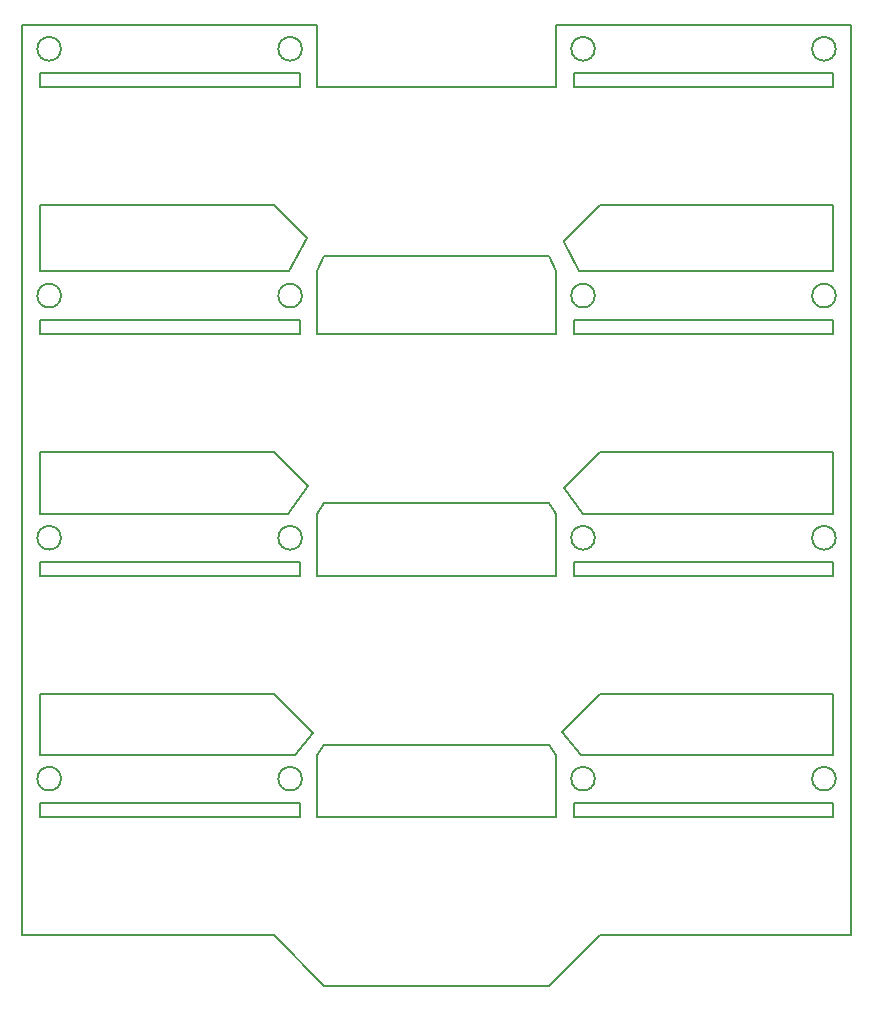
<source format=gko>
G04 #@! TF.GenerationSoftware,KiCad,Pcbnew,(5.0.0)*
G04 #@! TF.CreationDate,2019-07-10T13:07:56+09:00*
G04 #@! TF.ProjectId,line and sensor,6C696E6520616E642073656E736F722E,rev?*
G04 #@! TF.SameCoordinates,Original*
G04 #@! TF.FileFunction,Profile,NP*
%FSLAX46Y46*%
G04 Gerber Fmt 4.6, Leading zero omitted, Abs format (unit mm)*
G04 Created by KiCad (PCBNEW (5.0.0)) date 07/10/19 13:07:56*
%MOMM*%
%LPD*%
G01*
G04 APERTURE LIST*
%ADD10C,0.200000*%
%ADD11C,0.150000*%
G04 APERTURE END LIST*
D10*
X166600000Y-78600000D02*
X166600000Y-78500000D01*
X142000000Y-75500000D02*
X122200000Y-75500000D01*
X144800000Y-78300000D02*
X142000000Y-75500000D01*
X122200000Y-81100000D02*
X143300000Y-81100000D01*
X167900000Y-81100000D02*
X189400000Y-81100000D01*
X169600000Y-75500000D02*
X166600000Y-78500000D01*
X189400000Y-75500000D02*
X169600000Y-75500000D01*
X189400000Y-81100000D02*
X189400000Y-75500000D01*
X190900000Y-75500000D02*
X190900000Y-81100000D01*
X166600000Y-78600000D02*
X167900000Y-81100000D01*
X165900000Y-81100000D02*
X165300000Y-79800000D01*
X144800000Y-78300000D02*
X143300000Y-81100000D01*
X146300000Y-79800000D02*
X145700000Y-81100000D01*
X122200000Y-81100000D02*
X122200000Y-75500000D01*
X120700000Y-75500000D02*
X120700000Y-81100000D01*
X168200000Y-101600000D02*
X189400000Y-101600000D01*
X122200000Y-101600000D02*
X143200000Y-101600000D01*
X142000000Y-96400000D02*
X122200000Y-96400000D01*
X144900000Y-99300000D02*
X142000000Y-96400000D01*
X169600000Y-96400000D02*
X166600000Y-99400000D01*
X189400000Y-96400000D02*
X169600000Y-96400000D01*
X189400000Y-101600000D02*
X189400000Y-96400000D01*
X190900000Y-96400000D02*
X190900000Y-101600000D01*
X166600000Y-99400000D02*
X168200000Y-101600000D01*
X165900000Y-101600000D02*
X165300000Y-100700000D01*
X144900000Y-99300000D02*
X143200000Y-101600000D01*
X146300000Y-100700000D02*
X145700000Y-101600000D01*
X122200000Y-101600000D02*
X122200000Y-96400000D01*
X120700000Y-96400000D02*
X120700000Y-101600000D01*
X122200000Y-122000000D02*
X143800000Y-122000000D01*
X142000000Y-116900000D02*
X122200000Y-116900000D01*
X145300000Y-120200000D02*
X142000000Y-116900000D01*
X168000000Y-122000000D02*
X189400000Y-122000000D01*
X189400000Y-116900000D02*
X169600000Y-116900000D01*
X189400000Y-122000000D02*
X189400000Y-116900000D01*
X190900000Y-116900000D02*
X190900000Y-122000000D01*
X166400000Y-120100000D02*
X169600000Y-116900000D01*
X166400000Y-120100000D02*
X168000000Y-122000000D01*
X165900000Y-122000000D02*
X165300000Y-121200000D01*
X145300000Y-120200000D02*
X143800000Y-122000000D01*
X145700000Y-122000000D02*
X146300000Y-121200000D01*
X122200000Y-122000000D02*
X122200000Y-116900000D01*
X120700000Y-116900000D02*
X120700000Y-122000000D01*
X120700000Y-65500000D02*
X120700000Y-64300000D01*
X122200000Y-64300000D02*
X144200000Y-64300000D01*
X122200000Y-64300000D02*
X122200000Y-65500000D01*
X190900000Y-64300000D02*
X190900000Y-65500000D01*
X145700000Y-64300000D02*
X145700000Y-65500000D01*
X189400000Y-65500000D02*
X167400000Y-65500000D01*
X167400000Y-64300000D02*
X167400000Y-65500000D01*
X189400000Y-65500000D02*
X189400000Y-64300000D01*
X144200000Y-65500000D02*
X144200000Y-64300000D01*
X169200000Y-62250000D02*
G75*
G03X169200000Y-62250000I-1000000J0D01*
G01*
X167400000Y-64300000D02*
X189400000Y-64300000D01*
X165900000Y-65500000D02*
X165900000Y-64300000D01*
X165900000Y-65500000D02*
X145700000Y-65500000D01*
X144200000Y-65500000D02*
X122200000Y-65500000D01*
D11*
X120700000Y-65500000D02*
X120700000Y-75500000D01*
X165300000Y-79800000D02*
X146300000Y-79800000D01*
X190900000Y-65500000D02*
X190900000Y-75500000D01*
D10*
X189600000Y-62250000D02*
G75*
G03X189600000Y-62250000I-1000000J0D01*
G01*
X190900000Y-60200000D02*
X165900000Y-60200000D01*
X165900000Y-60200000D02*
X165900000Y-64300000D01*
X190900000Y-64300000D02*
X190900000Y-60200000D01*
X144400000Y-62250000D02*
G75*
G03X144400000Y-62250000I-1000000J0D01*
G01*
X145700000Y-60200000D02*
X120700000Y-60200000D01*
X145700000Y-64300000D02*
X145700000Y-60200000D01*
X120700000Y-60200000D02*
X120700000Y-64300000D01*
X124000000Y-62250000D02*
G75*
G03X124000000Y-62250000I-1000000J0D01*
G01*
X120700000Y-86400000D02*
X120700000Y-85200000D01*
X122200000Y-85200000D02*
X144200000Y-85200000D01*
X122200000Y-85200000D02*
X122200000Y-86400000D01*
X190900000Y-85200000D02*
X190900000Y-86400000D01*
X145700000Y-85200000D02*
X145700000Y-86400000D01*
X189400000Y-86400000D02*
X167400000Y-86400000D01*
X167400000Y-85200000D02*
X167400000Y-86400000D01*
X189400000Y-86400000D02*
X189400000Y-85200000D01*
X144200000Y-86400000D02*
X144200000Y-85200000D01*
X169200000Y-83150000D02*
G75*
G03X169200000Y-83150000I-1000000J0D01*
G01*
X167400000Y-85200000D02*
X189400000Y-85200000D01*
X165900000Y-86400000D02*
X165900000Y-85200000D01*
X165900000Y-86400000D02*
X145700000Y-86400000D01*
X144200000Y-86400000D02*
X122200000Y-86400000D01*
D11*
X120700000Y-86400000D02*
X120700000Y-96400000D01*
X165300000Y-100700000D02*
X146300000Y-100700000D01*
X190900000Y-86400000D02*
X190900000Y-96400000D01*
D10*
X189600000Y-83150000D02*
G75*
G03X189600000Y-83150000I-1000000J0D01*
G01*
X165900000Y-81100000D02*
X165900000Y-85200000D01*
X190900000Y-85200000D02*
X190900000Y-81100000D01*
X144400000Y-83150000D02*
G75*
G03X144400000Y-83150000I-1000000J0D01*
G01*
X145700000Y-85200000D02*
X145700000Y-81100000D01*
X120700000Y-81100000D02*
X120700000Y-85200000D01*
X124000000Y-83150000D02*
G75*
G03X124000000Y-83150000I-1000000J0D01*
G01*
X120700000Y-106900000D02*
X120700000Y-105700000D01*
X122200000Y-105700000D02*
X144200000Y-105700000D01*
X122200000Y-105700000D02*
X122200000Y-106900000D01*
X190900000Y-105700000D02*
X190900000Y-106900000D01*
X145700000Y-105700000D02*
X145700000Y-106900000D01*
X189400000Y-106900000D02*
X167400000Y-106900000D01*
X167400000Y-105700000D02*
X167400000Y-106900000D01*
X189400000Y-106900000D02*
X189400000Y-105700000D01*
X144200000Y-106900000D02*
X144200000Y-105700000D01*
X169200000Y-103650000D02*
G75*
G03X169200000Y-103650000I-1000000J0D01*
G01*
X167400000Y-105700000D02*
X189400000Y-105700000D01*
X165900000Y-106900000D02*
X165900000Y-105700000D01*
X165900000Y-106900000D02*
X145700000Y-106900000D01*
X144200000Y-106900000D02*
X122200000Y-106900000D01*
D11*
X120700000Y-106900000D02*
X120700000Y-116900000D01*
X165300000Y-121200000D02*
X146300000Y-121200000D01*
X190900000Y-106900000D02*
X190900000Y-116900000D01*
D10*
X189600000Y-103650000D02*
G75*
G03X189600000Y-103650000I-1000000J0D01*
G01*
X165900000Y-101600000D02*
X165900000Y-105700000D01*
X190900000Y-105700000D02*
X190900000Y-101600000D01*
X144400000Y-103650000D02*
G75*
G03X144400000Y-103650000I-1000000J0D01*
G01*
X145700000Y-105700000D02*
X145700000Y-101600000D01*
X120700000Y-101600000D02*
X120700000Y-105700000D01*
X124000000Y-103650000D02*
G75*
G03X124000000Y-103650000I-1000000J0D01*
G01*
X165900000Y-127300000D02*
X145700000Y-127300000D01*
X189400000Y-127300000D02*
X167400000Y-127300000D01*
X167400000Y-126100000D02*
X189400000Y-126100000D01*
X144200000Y-127300000D02*
X122200000Y-127300000D01*
X122200000Y-126100000D02*
X144200000Y-126100000D01*
X122200000Y-126100000D02*
X122200000Y-127300000D01*
X120700000Y-127300000D02*
X120700000Y-126100000D01*
X145700000Y-126100000D02*
X145700000Y-127300000D01*
X144200000Y-127300000D02*
X144200000Y-126100000D01*
X167400000Y-126100000D02*
X167400000Y-127300000D01*
X165900000Y-127300000D02*
X165900000Y-126100000D01*
X189400000Y-127300000D02*
X189400000Y-126100000D01*
X190900000Y-126100000D02*
X190900000Y-127300000D01*
X169200000Y-124050000D02*
G75*
G03X169200000Y-124050000I-1000000J0D01*
G01*
X165900000Y-122000000D02*
X165900000Y-126100000D01*
X189600000Y-124050000D02*
G75*
G03X189600000Y-124050000I-1000000J0D01*
G01*
X190900000Y-126100000D02*
X190900000Y-122000000D01*
X124000000Y-124050000D02*
G75*
G03X124000000Y-124050000I-1000000J0D01*
G01*
X120700000Y-122000000D02*
X120700000Y-126100000D01*
X144400000Y-124050000D02*
G75*
G03X144400000Y-124050000I-1000000J0D01*
G01*
X145700000Y-126100000D02*
X145700000Y-122000000D01*
D11*
X142000000Y-137300000D02*
X146300000Y-141600000D01*
X120700000Y-127300000D02*
X120700000Y-137300000D01*
X169600000Y-137300000D02*
X165300000Y-141600000D01*
X169600000Y-137300000D02*
X190900000Y-137300000D01*
X142000000Y-137300000D02*
X120700000Y-137300000D01*
X165300000Y-141600000D02*
X146300000Y-141600000D01*
X190900000Y-127300000D02*
X190900000Y-137300000D01*
M02*

</source>
